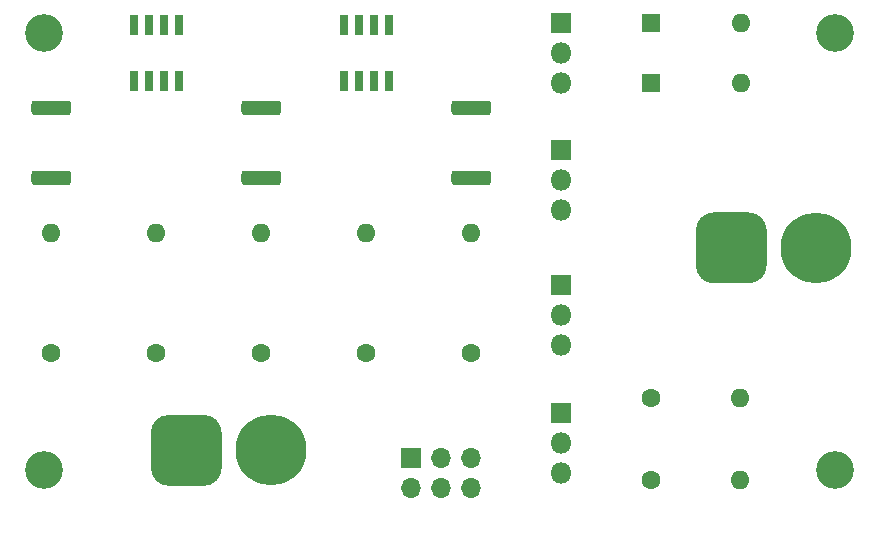
<source format=gts>
G04 #@! TF.GenerationSoftware,KiCad,Pcbnew,(5.1.10)-1*
G04 #@! TF.CreationDate,2022-12-18T22:04:33+09:00*
G04 #@! TF.ProjectId,MD,4d442e6b-6963-4616-945f-706362585858,rev?*
G04 #@! TF.SameCoordinates,PX2faf080PY2625a00*
G04 #@! TF.FileFunction,Soldermask,Top*
G04 #@! TF.FilePolarity,Negative*
%FSLAX46Y46*%
G04 Gerber Fmt 4.6, Leading zero omitted, Abs format (unit mm)*
G04 Created by KiCad (PCBNEW (5.1.10)-1) date 2022-12-18 22:04:33*
%MOMM*%
%LPD*%
G01*
G04 APERTURE LIST*
%ADD10C,3.200000*%
%ADD11C,1.600000*%
%ADD12O,1.600000X1.600000*%
%ADD13R,1.600000X1.600000*%
%ADD14R,1.700000X1.700000*%
%ADD15O,1.700000X1.700000*%
%ADD16R,1.800000X1.800000*%
%ADD17O,1.800000X1.800000*%
%ADD18R,0.720000X1.780000*%
%ADD19C,6.000000*%
G04 APERTURE END LIST*
D10*
X71000000Y-4000000D03*
X71000000Y-41000000D03*
X4000000Y-41000000D03*
X4000000Y-4000000D03*
D11*
X55410000Y-34930000D03*
D12*
X62910000Y-34930000D03*
X62910000Y-41915000D03*
D11*
X55410000Y-41915000D03*
D13*
X55410000Y-3180000D03*
D12*
X63030000Y-3180000D03*
X63030000Y-8260000D03*
D13*
X55410000Y-8260000D03*
D14*
X35090000Y-40010000D03*
D15*
X35090000Y-42550000D03*
X37630000Y-40010000D03*
X37630000Y-42550000D03*
X40170000Y-40010000D03*
X40170000Y-42550000D03*
D16*
X47790000Y-36200000D03*
D17*
X47790000Y-38740000D03*
X47790000Y-41280000D03*
D16*
X47790000Y-25405000D03*
D17*
X47790000Y-27945000D03*
X47790000Y-30485000D03*
X47790000Y-19055000D03*
X47790000Y-16515000D03*
D16*
X47790000Y-13975000D03*
D17*
X47790000Y-8260000D03*
X47790000Y-5720000D03*
D16*
X47790000Y-3180000D03*
G36*
G01*
X6035000Y-10990000D02*
X3185000Y-10990000D01*
G75*
G02*
X2935000Y-10740000I0J250000D01*
G01*
X2935000Y-10015000D01*
G75*
G02*
X3185000Y-9765000I250000J0D01*
G01*
X6035000Y-9765000D01*
G75*
G02*
X6285000Y-10015000I0J-250000D01*
G01*
X6285000Y-10740000D01*
G75*
G02*
X6035000Y-10990000I-250000J0D01*
G01*
G37*
G36*
G01*
X6035000Y-16915000D02*
X3185000Y-16915000D01*
G75*
G02*
X2935000Y-16665000I0J250000D01*
G01*
X2935000Y-15940000D01*
G75*
G02*
X3185000Y-15690000I250000J0D01*
G01*
X6035000Y-15690000D01*
G75*
G02*
X6285000Y-15940000I0J-250000D01*
G01*
X6285000Y-16665000D01*
G75*
G02*
X6035000Y-16915000I-250000J0D01*
G01*
G37*
G36*
G01*
X23815000Y-16915000D02*
X20965000Y-16915000D01*
G75*
G02*
X20715000Y-16665000I0J250000D01*
G01*
X20715000Y-15940000D01*
G75*
G02*
X20965000Y-15690000I250000J0D01*
G01*
X23815000Y-15690000D01*
G75*
G02*
X24065000Y-15940000I0J-250000D01*
G01*
X24065000Y-16665000D01*
G75*
G02*
X23815000Y-16915000I-250000J0D01*
G01*
G37*
G36*
G01*
X23815000Y-10990000D02*
X20965000Y-10990000D01*
G75*
G02*
X20715000Y-10740000I0J250000D01*
G01*
X20715000Y-10015000D01*
G75*
G02*
X20965000Y-9765000I250000J0D01*
G01*
X23815000Y-9765000D01*
G75*
G02*
X24065000Y-10015000I0J-250000D01*
G01*
X24065000Y-10740000D01*
G75*
G02*
X23815000Y-10990000I-250000J0D01*
G01*
G37*
G36*
G01*
X41595000Y-16915000D02*
X38745000Y-16915000D01*
G75*
G02*
X38495000Y-16665000I0J250000D01*
G01*
X38495000Y-15940000D01*
G75*
G02*
X38745000Y-15690000I250000J0D01*
G01*
X41595000Y-15690000D01*
G75*
G02*
X41845000Y-15940000I0J-250000D01*
G01*
X41845000Y-16665000D01*
G75*
G02*
X41595000Y-16915000I-250000J0D01*
G01*
G37*
G36*
G01*
X41595000Y-10990000D02*
X38745000Y-10990000D01*
G75*
G02*
X38495000Y-10740000I0J250000D01*
G01*
X38495000Y-10015000D01*
G75*
G02*
X38745000Y-9765000I250000J0D01*
G01*
X41595000Y-9765000D01*
G75*
G02*
X41845000Y-10015000I0J-250000D01*
G01*
X41845000Y-10740000D01*
G75*
G02*
X41595000Y-10990000I-250000J0D01*
G01*
G37*
D11*
X4610000Y-31120000D03*
D12*
X4610000Y-20960000D03*
X13500000Y-20960000D03*
D11*
X13500000Y-31120000D03*
X22390000Y-31120000D03*
D12*
X22390000Y-20960000D03*
X31280000Y-20960000D03*
D11*
X31280000Y-31120000D03*
X40170000Y-31120000D03*
D12*
X40170000Y-20960000D03*
D18*
X11600000Y-3380000D03*
X12870000Y-3380000D03*
X14140000Y-3380000D03*
X15410000Y-3380000D03*
X15410000Y-8060000D03*
X14140000Y-8060000D03*
X12870000Y-8060000D03*
X11600000Y-8060000D03*
X29380000Y-8060000D03*
X30650000Y-8060000D03*
X31920000Y-8060000D03*
X33190000Y-8060000D03*
X33190000Y-3380000D03*
X31920000Y-3380000D03*
X30650000Y-3380000D03*
X29380000Y-3380000D03*
D19*
X69380000Y-22230000D03*
G36*
G01*
X59180000Y-23730000D02*
X59180000Y-20730000D01*
G75*
G02*
X60680000Y-19230000I1500000J0D01*
G01*
X63680000Y-19230000D01*
G75*
G02*
X65180000Y-20730000I0J-1500000D01*
G01*
X65180000Y-23730000D01*
G75*
G02*
X63680000Y-25230000I-1500000J0D01*
G01*
X60680000Y-25230000D01*
G75*
G02*
X59180000Y-23730000I0J1500000D01*
G01*
G37*
X23240000Y-39375000D03*
G36*
G01*
X13040000Y-40875000D02*
X13040000Y-37875000D01*
G75*
G02*
X14540000Y-36375000I1500000J0D01*
G01*
X17540000Y-36375000D01*
G75*
G02*
X19040000Y-37875000I0J-1500000D01*
G01*
X19040000Y-40875000D01*
G75*
G02*
X17540000Y-42375000I-1500000J0D01*
G01*
X14540000Y-42375000D01*
G75*
G02*
X13040000Y-40875000I0J1500000D01*
G01*
G37*
M02*

</source>
